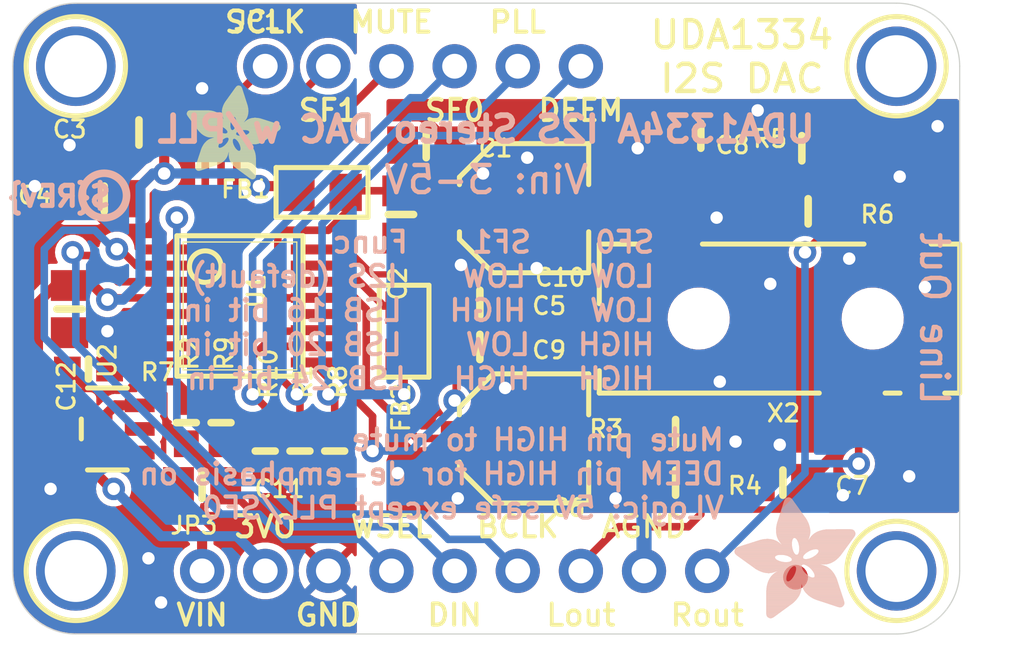
<source format=kicad_pcb>
(kicad_pcb (version 20221018) (generator pcbnew)
  (layers (0 "F.Cu" signal) (31 "B.Cu" signal) (34 "B.Paste" user) (35 "F.Paste" user) (36 "B.SilkS" user "B.Silkscreen") (37 "F.SilkS" user "F.Silkscreen") (38 "B.Mask" user) (39 "F.Mask" user) (44 "Edge.Cuts" user))
  (net 0 "")
  (net 1 "N$2")
  (net 2 "GND")
  (net 3 "N$7")
  (net 4 "N$8")
  (net 5 "OUTL")
  (net 6 "OUTR")
  (net 7 "N$1")
  (net 8 "DEEM/CLKOUT")
  (net 9 "MUTE")
  (net 10 "SFOR0")
  (net 11 "SFOR1")
  (net 12 "PLL_IN")
  (net 13 "SYSCLK_IN")
  (net 14 "BITCLK_IN")
  (net 15 "WORDSEL_IN")
  (net 16 "DATA_IN")
  (net 17 "3.3V")
  (net 18 "VIN")
  (net 19 "N$3")
  (net 20 "N$4")
  (net 21 "AGND")
  (footprint "working:0805-NO" (layer "F.Cu") (at 160.4391 111.6076)
    (fp_text reference "C7")
    (fp_text value "0.01uF")
  )
  (footprint "working:SSOP16_4.4MM" (layer "F.Cu") (at 138.5951 104.4956 -90)
    (fp_text reference "U1")
    (fp_text value "UDA1334ATS")
  )
  (footprint "working:MOUNTINGHOLE_2.5_PLATED" (layer "F.Cu") (at 165.0111 115.1636)
    (fp_text reference "U$12" hide)
    (fp_text value "MOUNTINGHOLE2.5" hide)
  )
  (footprint "working:0805-NO" (layer "F.Cu") (at 133.1341 100.1776 180)
    (fp_text reference "C4")
    (fp_text value "10uF")
  )
  (footprint "working:0805-NO" (layer "F.Cu") (at 137.0711 111.7346)
    (fp_text reference "C11")
    (fp_text value "10uF")
  )
  (footprint "working:0805-NO" (layer "F.Cu") (at 134.5311 97.5106 180)
    (fp_text reference "C3")
    (fp_text value "0.1uF")
  )
  (footprint "working:FIDUCIAL_1MM" (layer "F.Cu") (at 160.9471 115.4176)
    (fp_text reference "FID2" hide)
    (fp_text value "FIDUCIAL_1MM" hide)
  )
  (footprint "working:0805-NO" (layer "F.Cu") (at 156.1211 111.6076)
    (fp_text reference "R4")
    (fp_text value "100")
  )
  (footprint "working:0805-NO" (layer "F.Cu") (at 131.7371 104.6226 -90)
    (fp_text reference "C12")
    (fp_text value "10uF")
  )
  (footprint "working:0805-NO" (layer "F.Cu") (at 148.2471 104.3686)
    (fp_text reference "C5")
    (fp_text value "10uF")
  )
  (footprint "working:MOUNTINGHOLE_2.5_PLATED" (layer "F.Cu") (at 131.9911 115.1636)
    (fp_text reference "U$11" hide)
    (fp_text value "MOUNTINGHOLE2.5" hide)
  )
  (footprint "working:1X09_ROUND_70" (layer "F.Cu") (at 147.2311 115.1636)
    (fp_text reference "JP3")
    (fp_text value "")
  )
  (footprint "working:0603-NO" (layer "F.Cu") (at 141.0081 110.3376 90)
    (fp_text reference "R1")
    (fp_text value "10k")
  )
  (footprint "working:FIDUCIAL_1MM" (layer "F.Cu") (at 136.0551 93.8276)
    (fp_text reference "FID1" hide)
    (fp_text value "FIDUCIAL_1MM" hide)
  )
  (footprint "working:0603-NO" (layer "F.Cu") (at 136.4361 109.1946 90)
    (fp_text reference "R2")
    (fp_text value "10k")
  )
  (footprint "working:0805" (layer "F.Cu") (at 141.8971 99.9236 180)
    (fp_text reference "FB1")
    (fp_text value "Ferrite")
  )
  (footprint "working:0805-NO" (layer "F.Cu") (at 146.0881 98.0186)
    (fp_text reference "C1")
    (fp_text value "0.1uF")
  )
  (footprint "working:0603-NO" (layer "F.Cu") (at 142.4051 110.3376 90)
    (fp_text reference "R8")
    (fp_text value "10k")
  )
  (footprint "working:PANASONIC_C" (layer "F.Cu") (at 150.0251 109.8296 180)
    (fp_text reference "C6")
    (fp_text value "47uF")
  )
  (footprint "working:0805-NO" (layer "F.Cu") (at 145.0721 100.8126 -90)
    (fp_text reference "C2")
    (fp_text value "10uF")
  )
  (footprint "working:SOT23-5" (layer "F.Cu") (at 133.2611 109.4486 90)
    (fp_text reference "U2")
    (fp_text value "MIC5225-3.3")
  )
  (footprint "working:ADAFRUIT_3.5MM" (layer "F.Cu") (at 136.4361 99.4156)
    (fp_text reference "U$29" hide)
    (fp_text value "" hide)
  )
  (footprint "working:0805-NO" (layer "F.Cu") (at 156.1211 109.5756 180)
    (fp_text reference "R3")
    (fp_text value "220k")
  )
  (footprint "working:0805-NO" (layer "F.Cu") (at 161.2011 98.1456 180)
    (fp_text reference "C8")
    (fp_text value "0.01uF")
  )
  (footprint "working:PANASONIC_C" (layer "F.Cu") (at 150.0251 100.5586 180)
    (fp_text reference "C10")
    (fp_text value "47uF")
  )
  (footprint "working:0603-NO" (layer "F.Cu") (at 139.6111 110.3376 90)
    (fp_text reference "R10")
    (fp_text value "10k")
  )
  (footprint "working:MOUNTINGHOLE_2.5_PLATED" (layer "F.Cu") (at 131.9911 94.8436)
    (fp_text reference "U$13" hide)
    (fp_text value "MOUNTINGHOLE2.5" hide)
  )
  (footprint "working:0603-NO" (layer "F.Cu") (at 132.4991 107.0356)
    (fp_text reference "R7")
    (fp_text value "10k")
  )
  (footprint "working:0805-NO" (layer "F.Cu") (at 161.4551 100.6856)
    (fp_text reference "R6")
    (fp_text value "100")
  )
  (footprint "working:0805" (layer "F.Cu") (at 145.1991 105.5116 -90)
    (fp_text reference "FB2")
    (fp_text value "Ferrite")
  )
  (footprint "working:MOUNTINGHOLE_2.5_PLATED" (layer "F.Cu") (at 165.0111 94.8436)
    (fp_text reference "U$14" hide)
    (fp_text value "MOUNTINGHOLE2.5" hide)
  )
  (footprint "working:1X06_ROUND_70" (layer "F.Cu") (at 145.9611 94.8436)
    (fp_text reference "JP1")
    (fp_text value "")
  )
  (footprint "working:0805-NO" (layer "F.Cu") (at 148.2471 106.1466)
    (fp_text reference "C9")
    (fp_text value "0.1uF")
  )
  (footprint "working:4UCONN_19269" (layer "F.Cu") (at 167.5511 105.0036 180)
    (fp_text reference "X2")
    (fp_text value "19269")
  )
  (footprint "working:0805-NO" (layer "F.Cu") (at 157.1371 97.6376)
    (fp_text reference "R5")
    (fp_text value "220k")
  )
  (footprint "working:0603-NO" (layer "F.Cu") (at 137.8331 109.1946 90)
    (fp_text reference "R9")
    (fp_text value "10k")
  )
  (footprint "working:PCBFEAT-REV-040" (layer "B.Cu") (at 133.1341 100.0506 180)
    (fp_text reference "U$5" hide)
    (fp_text value "" hide)
  )
  (footprint "working:ADAFRUIT_5MM" (layer "B.Cu") (at 163.3601 117.0686 180)
    (fp_text reference "U$6" hide)
    (fp_text value "" hide)
  )
  (gr_arc (start 131.9911 117.7036) (mid 130.195049 116.959651) (end 129.4511 115.1636) (stroke (width 0.05)) (layer "Edge.Cuts"))
  (gr_line (start 131.9911 92.3036) (end 165.0111 92.3036) (stroke (width 0.05)) (layer "Edge.Cuts"))
  (gr_line (start 129.4511 115.1636) (end 129.4511 94.8436) (stroke (width 0.05)) (layer "Edge.Cuts"))
  (gr_line (start 167.5511 94.8436) (end 167.5511 115.1636) (stroke (width 0.05)) (layer "Edge.Cuts"))
  (gr_arc (start 167.5511 115.1636) (mid 166.807151 116.959651) (end 165.0111 117.7036) (stroke (width 0.05)) (layer "Edge.Cuts"))
  (gr_arc (start 165.0111 92.3036) (mid 166.807151 93.047549) (end 167.5511 94.8436) (stroke (width 0.05)) (layer "Edge.Cuts"))
  (gr_arc (start 129.4511 94.8436) (mid 130.195049 93.047549) (end 131.9911 92.3036) (stroke (width 0.05)) (layer "Edge.Cuts"))
  (gr_line (start 165.0111 117.7036) (end 131.9911 117.7036) (stroke (width 0.05)) (layer "Edge.Cuts"))
  (gr_text "Line Out" (at 166.5351 105.0036 -90) (layer "B.SilkS") (effects (font (size 1.0922 1.0922) (thickness 0.1778)) (justify mirror)))
  (gr_text "SF0    SF1    Func\nLOW    LOW    I2S (default)\nLOW    HIGH   LSB 16 bit in\nHIGH   LOW    LSB 20 bit in\nHIGH   HIGH   LSB 24 bit in" (at 155.3591 107.9246) (layer "B.SilkS") (effects (font (size 0.85344 0.85344) (thickness 0.16256)) (justify left bottom mirror)))
  (gr_text "Vin: 3-5V" (at 148.5011 99.4156) (layer "B.SilkS") (effects (font (size 1.0922 1.0922) (thickness 0.1778)) (justify mirror)))
  (gr_text "Mute pin HIGH to mute\nDEEM pin HIGH for de-emphasis on\nVLogic: 5V safe except PLL/SF0" (at 158.1531 113.1316) (layer "B.SilkS") (effects (font (size 0.85344 0.85344) (thickness 0.16256)) (justify left bottom mirror)))
  (gr_text "UDA1334A I2S Stereo DAC w/PLL" (at 148.5011 97.3836) (layer "B.SilkS") (effects (font (size 1.0414 1.0414) (thickness 0.2286)) (justify mirror)))
  (gr_text "AGND" (at 154.8511 113.3856) (layer "F.SilkS") (effects (font (size 0.87376 0.87376) (thickness 0.14224))))
  (gr_text "Rout" (at 157.3911 116.9416) (layer "F.SilkS") (effects (font (size 0.8636 0.8636) (thickness 0.1524))))
  (gr_text "Lout" (at 152.3111 116.9416) (layer "F.SilkS") (effects (font (size 0.8636 0.8636) (thickness 0.1524))))
  (gr_text "GND" (at 142.1511 116.9416) (layer "F.SilkS") (effects (font (size 0.85344 0.85344) (thickness 0.16256))))
  (gr_text "BCLK" (at 149.7711 113.3856) (layer "F.SilkS") (effects (font (size 0.85344 0.85344) (thickness 0.16256))))
  (gr_text "DEEM" (at 152.3111 96.6216) (layer "F.SilkS") (effects (font (size 0.85344 0.85344) (thickness 0.16256))))
  (gr_text "UDA1334\nI2S DAC" (at 158.7881 94.4626) (layer "F.SilkS") (effects (font (size 1.0922 1.0922) (thickness 0.1778))))
  (gr_text "DIN" (at 147.2311 116.9416) (layer "F.SilkS") (effects (font (size 0.85344 0.85344) (thickness 0.16256))))
  (gr_text "WSEL" (at 144.6911 113.3856) (layer "F.SilkS") (effects (font (size 0.85344 0.85344) (thickness 0.16256))))
  (gr_text "SCLK" (at 139.6111 93.0656) (layer "F.SilkS") (effects (font (size 0.85344 0.85344) (thickness 0.16256))))
  (gr_text "PLL" (at 149.7711 93.0656) (layer "F.SilkS") (effects (font (size 0.85344 0.85344) (thickness 0.16256))))
  (gr_text "MUTE" (at 144.6911 93.0656) (layer "F.SilkS") (effects (font (size 0.85344 0.85344) (thickness 0.16256))))
  (gr_text "3VO" (at 139.6111 113.3856) (layer "F.SilkS") (effects (font (size 0.85344 0.85344) (thickness 0.16256))))
  (gr_text "SF1" (at 142.1511 96.6216) (layer "F.SilkS") (effects (font (size 0.85344 0.85344) (thickness 0.16256))))
  (gr_text "VIN" (at 137.0711 116.9416) (layer "F.SilkS") (effects (font (size 0.85344 0.85344) (thickness 0.16256))))
  (gr_text "SF0" (at 147.2311 96.6216) (layer "F.SilkS") (effects (font (size 0.85344 0.85344) (thickness 0.16256))))
  (segment (start 142.9131 99.8576) (end 145.0671 99.8576) (width 0.3048) (layer "F.Cu") (net 1))
  (segment (start 145.1381 99.7966) (end 145.0721 99.8626) (width 0.3048) (layer "F.Cu") (net 1))
  (segment (start 141.5151 104.1706) (end 140.4291 104.1706) (width 0.3048) (layer "F.Cu") (net 1))
  (segment (start 140.4291 104.1706) (end 140.1191 103.8606) (width 0.3048) (layer "F.Cu") (net 1))
  (segment (start 145.1381 98.0186) (end 145.1381 99.7966) (width 0.3048) (layer "F.Cu") (net 1))
  (segment (start 140.1191 103.8606) (end 140.1191 101.7016) (width 0.3048) (layer "F.Cu") (net 1))
  (segment (start 145.0671 99.8576) (end 145.0721 99.8626) (width 0.3048) (layer "F.Cu") (net 1))
  (segment (start 140.3731 101.4476) (end 142.1511 101.4476) (width 0.3048) (layer "F.Cu") (net 1))
  (segment (start 142.9131 99.8576) (end 142.8471 99.9236) (width 0.3048) (layer "F.Cu") (net 1))
  (segment (start 140.1191 101.7016) (end 140.3731 101.4476) (width 0.3048) (layer "F.Cu") (net 1))
  (segment (start 142.9131 100.6856) (end 142.9131 99.8576) (width 0.3048) (layer "F.Cu") (net 1))
  (segment (start 142.1511 101.4476) (end 142.9131 100.6856) (width 0.3048) (layer "F.Cu") (net 1))
  (segment (start 145.1991 106.4616) (end 145.1991 108.0516) (width 0.3048) (layer "F.Cu") (net 2))
  (via (at 133.2611 105.5116) (size 0.9064) (drill 0.5) (layers "F.Cu" "B.Cu") (net 2))
  (via (at 137.0711 95.7326) (size 0.9064) (drill 0.5) (layers "F.Cu" "B.Cu") (net 2))
  (via (at 134.9121 114.6556) (size 0.9064) (drill 0.5) (layers "F.Cu" "B.Cu") (net 2))
  (via (at 135.4201 116.4336) (size 0.9064) (drill 0.5) (layers "F.Cu" "B.Cu") (net 2))
  (via (at 131.7371 98.0186) (size 0.9064) (drill 0.5) (layers "F.Cu" "B.Cu") (net 2))
  (via (at 130.9751 111.8616) (size 0.9064) (drill 0.5) (layers "F.Cu" "B.Cu") (net 2))
  (via (at 145.1991 108.0516) (size 0.9064) (drill 0.5) (layers "F.Cu" "B.Cu") (net 2))
  (via (at 130.3401 99.6696) (size 0.9064) (drill 0.5) (layers "F.Cu" "B.Cu") (net 2))
  (segment (start 145.1991 108.0516) (end 143.1671 108.0516) (width 0.4064) (layer "B.Cu") (net 2))
  (segment (start 143.1671 108.0516) (end 143.1671 106.0196) (width 0.4064) (layer "B.Cu") (net 2))
  (segment (start 154.9171 109.8296) (end 155.1711 109.5756) (width 0.3048) (layer "F.Cu") (net 3))
  (segment (start 152.0751 109.8296) (end 154.9171 109.8296) (width 0.3048) (layer "F.Cu") (net 3))
  (segment (start 155.1711 111.6076) (end 155.1711 109.5756) (width 0.3048) (layer "F.Cu") (net 3))
  (segment (start 158.9811 99.1616) (end 160.5051 100.6856) (width 0.3048) (layer "F.Cu") (net 4))
  (segment (start 152.9461 100.5586) (end 152.0751 100.5586) (width 0.254) (layer "F.Cu") (net 4))
  (segment (start 153.0731 100.4316) (end 152.9461 100.5586) (width 0.254) (layer "F.Cu") (net 4))
  (segment (start 158.4071 99.1616) (end 158.9811 99.1616) (width 0.3048) (layer "F.Cu") (net 4))
  (segment (start 158.0871 97.6376) (end 158.0871 98.8416) (width 0.3048) (layer "F.Cu") (net 4))
  (segment (start 158.0871 98.8416) (end 158.4071 99.1616) (width 0.3048) (layer "F.Cu") (net 4))
  (segment (start 154.3431 99.1616) (end 158.4071 99.1616) (width 0.3048) (layer "F.Cu") (net 4))
  (segment (start 153.0731 100.4316) (end 154.3431 99.1616) (width 0.3048) (layer "F.Cu") (net 4))
  (segment (start 153.8351 113.3856) (end 156.6291 113.3856) (width 0.3048) (layer "F.Cu") (net 5))
  (segment (start 151.7511 105.6036) (end 155.8511 101.5036) (width 0.3048) (layer "F.Cu") (net 5))
  (segment (start 157.0711 111.6076) (end 159.4891 111.6076) (width 0.3048) (layer "F.Cu") (net 5))
  (segment (start 159.4891 105.1416) (end 155.8511 101.5036) (width 0.3048) (layer "F.Cu") (net 5))
  (segment (start 151.7511 105.7536) (end 151.7511 105.6036) (width 0.3048) (layer "F.Cu") (net 5))
  (segment (start 157.1371 112.8776) (end 157.1371 111.6736) (width 0.3048) (layer "F.Cu") (net 5))
  (segment (start 156.6291 113.3856) (end 157.1371 112.8776) (width 0.3048) (layer "F.Cu") (net 5))
  (segment (start 157.1371 111.6736) (end 157.0711 111.6076) (width 0.3048) (layer "F.Cu") (net 5))
  (segment (start 159.4891 111.6076) (end 159.4891 105.1416) (width 0.3048) (layer "F.Cu") (net 5))
  (segment (start 152.3111 114.9096) (end 153.8351 113.3856) (width 0.3048) (layer "F.Cu") (net 5))
  (segment (start 152.3111 115.1636) (end 152.3111 114.9096) (width 0.3048) (layer "F.Cu") (net 5))
  (segment (start 162.1511 100.4316) (end 162.4051 100.6856) (width 0.3048) (layer "F.Cu") (net 6))
  (segment (start 162.4051 101.2596) (end 161.3281 102.3366) (width 0.3048) (layer "F.Cu") (net 6))
  (segment (start 163.4871 108.7396) (end 163.4871 110.8456) (width 0.3048) (layer "F.Cu") (net 6))
  (segment (start 162.4051 100.6856) (end 162.4051 101.2596) (width 0.3048) (layer "F.Cu") (net 6))
  (segment (start 163.2511 108.5036) (end 163.4871 108.7396) (width 0.3048) (layer "F.Cu") (net 6))
  (segment (start 166.0511 108.5036) (end 163.2511 108.5036) (width 0.3048) (layer "F.Cu") (net 6))
  (segment (start 162.1511 98.1456) (end 162.1511 100.4316) (width 0.3048) (layer "F.Cu") (net 6))
  (via (at 161.3281 102.3366) (size 0.9064) (drill 0.5) (layers "F.Cu" "B.Cu") (net 6))
  (via (at 163.4871 110.8456) (size 0.9064) (drill 0.5) (layers "F.Cu" "B.Cu") (net 6))
  (segment (start 161.3281 111.2266) (end 157.3911 115.1636) (width 0.3048) (layer "B.Cu") (net 6))
  (segment (start 163.4871 110.8456) (end 161.3281 110.8456) (width 0.3048) (layer "B.Cu") (net 6))
  (segment (start 161.3281 102.3366) (end 161.3281 110.8456) (width 0.3048) (layer "B.Cu") (net 6))
  (segment (start 161.3281 110.8456) (end 161.3281 111.2266) (width 0.3048) (layer "B.Cu") (net 6))
  (segment (start 143.9291 108.9406) (end 143.9291 110.3376) (width 0.3048) (layer "F.Cu") (net 7))
  (segment (start 141.5151 104.8206) (end 142.7301 104.8206) (width 0.3048) (layer "F.Cu") (net 7))
  (segment (start 143.1671 105.2576) (end 143.1671 108.1786) (width 0.3048) (layer "F.Cu") (net 7))
  (segment (start 143.1671 108.1786) (end 143.9291 108.9406) (width 0.3048) (layer "F.Cu") (net 7))
  (segment (start 147.2971 108.2396) (end 147.2311 108.3056) (width 0.3048) (layer "F.Cu") (net 7))
  (segment (start 147.2971 106.1466) (end 147.2971 108.2396) (width 0.3048) (layer "F.Cu") (net 7))
  (segment (start 142.7301 104.8206) (end 143.1671 105.2576) (width 0.3048) (layer "F.Cu") (net 7))
  (segment (start 147.2971 104.3686) (end 147.2971 106.1466) (width 0.3048) (layer "F.Cu") (net 7))
  (via (at 143.9291 110.3376) (size 0.9064) (drill 0.5) (layers "F.Cu" "B.Cu") (net 7))
  (via (at 147.2311 108.3056) (size 0.9064) (drill 0.5) (layers "F.Cu" "B.Cu") (net 7))
  (segment (start 147.2311 108.5596) (end 147.2311 108.3056) (width 0.3048) (layer "B.Cu") (net 7))
  (segment (start 143.9291 110.3376) (end 145.4531 110.3376) (width 0.3048) (layer "B.Cu") (net 7))
  (segment (start 145.4531 110.3376) (end 147.2311 108.5596) (width 0.3048) (layer "B.Cu") (net 7))
  (segment (start 142.4051 109.4876) (end 142.4051 108.3056) (width 0.3048) (layer "F.Cu") (net 8))
  (segment (start 142.1511 107.4066) (end 142.1511 108.0516) (width 0.3048) (layer "F.Cu") (net 8))
  (segment (start 141.5151 106.7706) (end 142.1511 107.4066) (width 0.3048) (layer "F.Cu") (net 8))
  (segment (start 142.4051 108.3056) (end 142.1511 108.0516) (width 0.3048) (layer "F.Cu") (net 8))
  (via (at 142.1511 108.0516) (size 0.9064) (drill 0.5) (layers "F.Cu" "B.Cu") (net 8))
  (segment (start 141.8971 107.0356) (end 142.1511 107.2896) (width 0.3048) (layer "B.Cu") (net 8))
  (segment (start 142.1511 107.2896) (end 142.1511 108.0516) (width 0.3048) (layer "B.Cu") (net 8))
  (segment (start 145.4531 97.6376) (end 141.8971 101.1936) (width 0.3048) (layer "B.Cu") (net 8))
  (segment (start 149.5171 97.6376) (end 145.4531 97.6376) (width 0.3048) (layer "B.Cu") (net 8))
  (segment (start 149.5171 97.6376) (end 152.3111 94.8436) (width 0.3048) (layer "B.Cu") (net 8))
  (segment (start 141.8971 101.1936) (end 141.8971 107.0356) (width 0.3048) (layer "B.Cu") (net 8))
  (segment (start 137.8331 107.2676) (end 137.3361 106.7706) (width 0.3048) (layer "F.Cu") (net 9))
  (segment (start 139.1031 97.3836) (end 142.1511 97.3836) (width 0.3048) (layer "F.Cu") (net 9))
  (segment (start 138.4681 105.6386) (end 138.4681 98.0186) (width 0.3048) (layer "F.Cu") (net 9))
  (segment (start 137.3361 106.7706) (end 138.4681 105.6386) (width 0.3048) (layer "F.Cu") (net 9))
  (segment (start 142.1511 97.3836) (end 144.6911 94.8436) (width 0.3048) (layer "F.Cu") (net 9))
  (segment (start 138.4681 98.0186) (end 139.1031 97.3836) (width 0.3048) (layer "F.Cu") (net 9))
  (segment (start 135.6751 106.7706) (end 137.3361 106.7706) (width 0.3048) (layer "F.Cu") (net 9))
  (segment (start 137.8331 108.3446) (end 137.8331 107.2676) (width 0.3048) (layer "F.Cu") (net 9))
  (segment (start 141.4741 105.5116) (end 140.1191 105.5116) (width 0.3048) (layer "F.Cu") (net 10))
  (segment (start 140.1191 105.5116) (end 139.1031 106.5276) (width 0.3048) (layer "F.Cu") (net 10))
  (segment (start 139.1031 106.5276) (end 139.1031 108.0516) (width 0.3048) (layer "F.Cu") (net 10))
  (segment (start 139.6111 109.4876) (end 139.6111 108.5596) (width 0.3048) (layer "F.Cu") (net 10))
  (segment (start 139.6111 108.5596) (end 139.1031 108.0516) (width 0.3048) (layer "F.Cu") (net 10))
  (segment (start 141.4741 105.5116) (end 141.5151 105.4706) (width 0.3048) (layer "F.Cu") (net 10))
  (via (at 139.1031 108.0516) (size 0.9064) (drill 0.5) (layers "F.Cu" "B.Cu") (net 10))
  (segment (start 139.1031 102.4636) (end 139.1031 108.0516) (width 0.3048) (layer "B.Cu") (net 10))
  (segment (start 147.2311 94.8436) (end 145.9611 96.1136) (width 0.3048) (layer "B.Cu") (net 10))
  (segment (start 145.9611 96.1136) (end 145.4531 96.1136) (width 0.3048) (layer "B.Cu") (net 10))
  (segment (start 145.4531 96.1136) (end 139.1031 102.4636) (width 0.3048) (layer "B.Cu") (net 10))
  (segment (start 134.7191 107.5436) (end 136.0551 107.5436) (width 0.3048) (layer "F.Cu") (net 11))
  (segment (start 137.8331 105.2576) (end 137.8331 97.8916) (width 0.3048) (layer "F.Cu") (net 11))
  (segment (start 135.6751 106.1206) (end 134.6841 106.1206) (width 0.3048) (layer "F.Cu") (net 11))
  (segment (start 134.4041 106.4006) (end 134.4041 107.2286) (width 0.3048) (layer "F.Cu") (net 11))
  (segment (start 136.4361 107.9246) (end 136.4361 108.3446) (width 0.3048) (layer "F.Cu") (net 11))
  (segment (start 134.6841 106.1206) (end 134.4041 106.4006) (width 0.3048) (layer "F.Cu") (net 11))
  (segment (start 140.3731 96.6216) (end 142.1511 94.8436) (width 0.3048) (layer "F.Cu") (net 11))
  (segment (start 136.9701 106.1206) (end 137.8331 105.2576) (width 0.3048) (layer "F.Cu") (net 11))
  (segment (start 139.1031 96.6216) (end 140.3731 96.6216) (width 0.3048) (layer "F.Cu") (net 11))
  (segment (start 136.0551 107.5436) (end 136.4361 107.9246) (width 0.3048) (layer "F.Cu") (net 11))
  (segment (start 137.8331 97.8916) (end 139.1031 96.6216) (width 0.3048) (layer "F.Cu") (net 11))
  (segment (start 135.6751 106.1206) (end 136.9701 106.1206) (width 0.3048) (layer "F.Cu") (net 11))
  (segment (start 134.4041 107.2286) (end 134.7191 107.5436) (width 0.3048) (layer "F.Cu") (net 11))
  (segment (start 141.0081 108.1176) (end 140.9421 108.0516) (width 0.3048) (layer "F.Cu") (net 12))
  (segment (start 140.2721 106.1206) (end 140.1191 106.2736) (width 0.3048) (layer "F.Cu") (net 12))
  (segment (start 141.5151 106.1206) (end 140.2721 106.1206) (width 0.3048) (layer "F.Cu") (net 12))
  (segment (start 141.0081 108.1176) (end 141.0081 109.4876) (width 0.3048) (layer "F.Cu") (net 12))
  (segment (start 140.9421 108.0516) (end 140.8811 108.0516) (width 0.3048) (layer "F.Cu") (net 12))
  (segment (start 140.1191 106.2736) (end 140.1191 107.2896) (width 0.3048) (layer "F.Cu") (net 12))
  (segment (start 140.8811 108.0516) (end 140.1191 107.2896) (width 0.3048) (layer "F.Cu") (net 12))
  (via (at 140.8811 108.0516) (size 0.9064) (drill 0.5) (layers "F.Cu" "B.Cu") (net 12))
  (segment (start 150.0251 94.8436) (end 149.7711 94.8436) (width 0.3048) (layer "B.Cu") (net 12))
  (segment (start 147.9931 96.8756) (end 145.4531 96.8756) (width 0.3048) (layer "B.Cu") (net 12))
  (segment (start 145.4531 96.8756) (end 140.8811 101.4476) (width 0.3048) (layer "B.Cu") (net 12))
  (segment (start 140.8811 101.4476) (end 140.8811 108.0516) (width 0.3048) (layer "B.Cu") (net 12))
  (segment (start 147.9931 96.8756) (end 150.0251 94.8436) (width 0.3048) (layer "B.Cu") (net 12))
  (segment (start 135.6751 105.4706) (end 136.6041 105.4706) (width 0.3048) (layer "F.Cu") (net 13))
  (segment (start 135.6751 105.4706) (end 134.5331 105.4706) (width 0.3048) (layer "F.Cu") (net 13))
  (segment (start 133.3491 106.6546) (end 133.3491 107.0356) (width 0.3048) (layer "F.Cu") (net 13))
  (segment (start 137.1981 97.2566) (end 139.6111 94.8436) (width 0.3048) (layer "F.Cu") (net 13))
  (segment (start 137.1981 104.8766) (end 137.1981 97.2566) (width 0.3048) (layer "F.Cu") (net 13))
  (segment (start 136.6041 105.4706) (end 137.1981 104.8766) (width 0.3048) (layer "F.Cu") (net 13))
  (segment (start 134.5331 105.4706) (end 133.3491 106.6546) (width 0.3048) (layer "F.Cu") (net 13))
  (segment (start 136.0551 101.8406) (end 136.0551 100.9396) (width 0.3048) (layer "F.Cu") (net 14))
  (segment (start 135.6751 102.2206) (end 136.0551 101.8406) (width 0.3048) (layer "F.Cu") (net 14))
  (via (at 136.0551 100.9396) (size 0.9064) (drill 0.5) (layers "F.Cu" "B.Cu") (net 14))
  (segment (start 138.3411 111.6076) (end 139.6111 111.6076) (width 0.3048) (layer "B.Cu") (net 14))
  (segment (start 145.9611 112.8776) (end 146.9771 113.8936) (width 0.3048) (layer "B.Cu") (net 14))
  (segment (start 146.9771 113.8936) (end 148.5011 113.8936) (width 0.3048) (layer "B.Cu") (net 14))
  (segment (start 136.0551 109.3216) (end 138.3411 111.6076) (width 0.3048) (layer "B.Cu") (net 14))
  (segment (start 140.8811 112.8776) (end 145.9611 112.8776) (width 0.3048) (layer "B.Cu") (net 14))
  (segment (start 148.5011 113.8936) (end 149.7711 115.1636) (width 0.3048) (layer "B.Cu") (net 14))
  (segment (start 139.6111 111.6076) (end 140.8811 112.8776) (width 0.3048) (layer "B.Cu") (net 14))
  (segment (start 136.0551 109.3216) (end 136.0551 100.9396) (width 0.3048) (layer "B.Cu") (net 14))
  (segment (start 133.7691 102.2096) (end 133.6421 102.2096) (width 0.3048) (layer "F.Cu") (net 15))
  (segment (start 135.6751 102.8706) (end 134.4301 102.8706) (width 0.3048) (layer "F.Cu") (net 15))
  (segment (start 134.4301 102.8706) (end 133.7691 102.2096) (width 0.3048) (layer "F.Cu") (net 15))
  (via (at 133.6421 102.2096) (size 0.9064) (drill 0.5) (layers "F.Cu" "B.Cu") (net 15))
  (segment (start 143.4211 113.8936) (end 144.6911 115.1636) (width 0.3048) (layer "B.Cu") (net 15))
  (segment (start 130.7211 105.7656) (end 137.8331 112.8776) (width 0.3048) (layer "B.Cu") (net 15))
  (segment (start 133.5151 102.2096) (end 132.7531 101.4476) (width 0.3048) (layer "B.Cu") (net 15))
  (segment (start 133.6421 102.2096) (end 133.5151 102.2096) (width 0.3048) (layer "B.Cu") (net 15))
  (segment (start 140.3731 113.8936) (end 143.4211 113.8936) (width 0.3048) (layer "B.Cu") (net 15))
  (segment (start 132.7531 101.4476) (end 131.4831 101.4476) (width 0.3048) (layer "B.Cu") (net 15))
  (segment (start 131.4831 101.4476) (end 130.7211 102.2096) (width 0.3048) (layer "B.Cu") (net 15))
  (segment (start 130.7211 102.2096) (end 130.7211 105.7656) (width 0.3048) (layer "B.Cu") (net 15))
  (segment (start 139.3571 112.8776) (end 140.3731 113.8936) (width 0.3048) (layer "B.Cu") (net 15))
  (segment (start 137.8331 112.8776) (end 139.3571 112.8776) (width 0.3048) (layer "B.Cu") (net 15))
  (segment (start 131.9911 102.4636) (end 131.8641 102.3366) (width 0.3048) (layer "F.Cu") (net 16))
  (segment (start 132.6261 102.4636) (end 133.6831 103.5206) (width 0.3048) (layer "F.Cu") (net 16))
  (segment (start 132.6261 102.4636) (end 131.9911 102.4636) (width 0.3048) (layer "F.Cu") (net 16))
  (segment (start 135.6751 103.5206) (end 133.6831 103.5206) (width 0.3048) (layer "F.Cu") (net 16))
  (via (at 131.8641 102.3366) (size 0.9064) (drill 0.5) (layers "F.Cu" "B.Cu") (net 16))
  (segment (start 131.9911 102.4636) (end 131.8641 102.3366) (width 0.3048) (layer "B.Cu") (net 16))
  (segment (start 140.6271 113.3856) (end 139.3571 112.1156) (width 0.3048) (layer "B.Cu") (net 16))
  (segment (start 147.2311 115.1636) (end 145.4531 113.3856) (width 0.3048) (layer "B.Cu") (net 16))
  (segment (start 131.9911 106.0196) (end 131.9911 102.4636) (width 0.3048) (layer "B.Cu") (net 16))
  (segment (start 139.3571 112.1156) (end 138.0871 112.1156) (width 0.3048) (layer "B.Cu") (net 16))
  (segment (start 145.4531 113.3856) (end 140.6271 113.3856) (width 0.3048) (layer "B.Cu") (net 16))
  (segment (start 138.0871 112.1156) (end 131.9911 106.0196) (width 0.3048) (layer "B.Cu") (net 16))
  (segment (start 133.0781 104.1706) (end 133.0781 104.1706) (width 0.3048) (layer "F.Cu") (net 17))
  (segment (start 132.6921 103.6726) (end 133.2611 104.2416) (width 0.4064) (layer "F.Cu") (net 17))
  (segment (start 140.9471 99.9236) (end 140.6931 99.6696) (width 0.4064) (layer "F.Cu") (net 17))
  (segment (start 133.424 111.8616) (end 133.5151 111.8616) (width 0.4064) (layer "F.Cu") (net 17))
  (segment (start 133.190097 104.252585) (end 133.2611 104.2416) (width 0.3048) (layer "F.Cu") (net 17))
  (segment (start 135.6751 104.1706) (end 133.0781 104.1706) (width 0.3048) (layer "F.Cu") (net 17))
  (segment (start 134.0841 100.1776) (end 135.1001 99.1616) (width 0.4064) (layer "F.Cu") (net 17))
  (segment (start 133.0781 104.1706) (end 133.123115 104.226597) (width 0.3048) (layer "F.Cu") (net 17))
  (segment (start 130.4671 104.3686) (end 131.1631 103.6726) (width 0.4064) (layer "F.Cu") (net 17))
  (segment (start 131.1631 103.6726) (end 131.7371 103.6726) (width 0.4064) (layer "F.Cu") (net 17))
  (segment (start 130.4671 109.5756) (end 130.4671 104.3686) (width 0.4064) (layer "F.Cu") (net 17))
  (segment (start 131.961 110.3986) (end 133.424 111.8616) (width 0.4064) (layer "F.Cu") (net 17))
  (segment (start 135.1001 99.1616) (end 135.5471 99.1616) (width 0.4064) (layer "F.Cu") (net 17))
  (segment (start 140.6931 99.6696) (end 139.3571 99.6696) (width 0.4064) (layer "F.Cu") (net 17))
  (segment (start 133.123115 104.226597) (end 133.190097 104.252585) (width 0.3048) (layer "F.Cu") (net 17))
  (segment (start 131.961 110.3986) (end 131.2901 110.3986) (width 0.4064) (layer "F.Cu") (net 17))
  (segment (start 135.4811 97.5106) (end 135.5471 97.5766) (width 0.4064) (layer "F.Cu") (net 17))
  (segment (start 135.5471 97.5766) (end 135.5471 99.1616) (width 0.4064) (layer "F.Cu") (net 17))
  (segment (start 131.7371 103.6726) (end 132.6921 103.6726) (width 0.4064) (layer "F.Cu") (net 17))
  (segment (start 131.2901 110.3986) (end 130.4671 109.5756) (width 0.4064) (layer "F.Cu") (net 17))
  (via (at 133.5151 111.8616) (size 0.9064) (drill 0.5) (layers "F.Cu" "B.Cu") (net 17))
  (via (at 133.2611 104.2416) (size 0.9064) (drill 0.5) (layers "F.Cu" "B.Cu") (net 17))
  (via (at 139.3571 99.6696) (size 0.9064) (drill 0.5) (layers "F.Cu" "B.Cu") (net 17))
  (via (at 135.5471 99.1616) (size 0.9064) (drill 0.5) (layers "F.Cu" "B.Cu") (net 17))
  (segment (start 133.8961 104.2416) (end 133.2611 104.2416) (width 0.4064) (layer "B.Cu") (net 17))
  (segment (start 139.6111 114.9096) (end 138.4681 113.7666) (width 0.4064) (layer "B.Cu") (net 17))
  (segment (start 139.6111 115.1636) (end 139.6111 114.9096) (width 0.4064) (layer "B.Cu") (net 17))
  (segment (start 138.4681 113.7666) (end 135.4201 113.7666) (width 0.4064) (layer "B.Cu") (net 17))
  (segment (start 139.3571 99.6696) (end 138.8491 99.1616) (width 0.4064) (layer "B.Cu") (net 17))
  (segment (start 133.8961 104.2416) (end 134.5921 103.5456) (width 0.4064) (layer "B.Cu") (net 17))
  (segment (start 134.5921 99.6696) (end 135.1001 99.1616) (width 0.4064) (layer "B.Cu") (net 17))
  (segment (start 135.4201 113.7666) (end 133.5151 111.8616) (width 0.4064) (layer "B.Cu") (net 17))
  (segment (start 135.1001 99.1616) (end 135.5471 99.1616) (width 0.4064) (layer "B.Cu") (net 17))
  (segment (start 138.8491 99.1616) (end 135.5471 99.1616) (width 0.4064) (layer "B.Cu") (net 17))
  (segment (start 134.5921 103.5456) (end 134.5921 99.6696) (width 0.4064) (layer "B.Cu") (net 17))
  (segment (start 133.2611 108.8136) (end 133.2611 109.9566) (width 0.4064) (layer "F.Cu") (net 18))
  (segment (start 136.1211 111.7346) (end 135.2931 111.7346) (width 0.4064) (layer "F.Cu") (net 18))
  (segment (start 133.2611 109.9566) (end 133.7031 110.3986) (width 0.4064) (layer "F.Cu") (net 18))
  (segment (start 137.0711 113.8936) (end 136.0551 112.8776) (width 0.4064) (layer "F.Cu") (net 18))
  (segment (start 136.0551 111.8006) (end 136.1211 111.7346) (width 0.4064) (layer "F.Cu") (net 18))
  (segment (start 137.0711 115.1636) (end 137.0711 113.8936) (width 0.4064) (layer "F.Cu") (net 18))
  (segment (start 134.5311 110.4287) (end 134.5612 110.3986) (width 0.4064) (layer "F.Cu") (net 18))
  (segment (start 136.0551 112.8776) (end 136.0551 111.8006) (width 0.4064) (layer "F.Cu") (net 18))
  (segment (start 133.7031 110.3986) (end 134.5612 110.3986) (width 0.4064) (layer "F.Cu") (net 18))
  (segment (start 134.5311 110.9726) (end 134.5311 110.4287) (width 0.4064) (layer "F.Cu") (net 18))
  (segment (start 133.5761 108.4986) (end 133.2611 108.8136) (width 0.4064) (layer "F.Cu") (net 18))
  (segment (start 134.5612 108.4986) (end 133.5761 108.4986) (width 0.4064) (layer "F.Cu") (net 18))
  (segment (start 135.2931 111.7346) (end 134.5311 110.9726) (width 0.4064) (layer "F.Cu") (net 18))
  (segment (start 143.9291 103.2256) (end 145.5801 103.2256) (width 0.254) (layer "F.Cu") (net 19))
  (segment (start 145.5801 103.2256) (end 147.9751 100.8306) (width 0.254) (layer "F.Cu") (net 19))
  (segment (start 142.9241 102.2206) (end 143.9291 103.2256) (width 0.254) (layer "F.Cu") (net 19))
  (segment (start 141.5151 102.2206) (end 142.9241 102.2206) (width 0.254) (layer "F.Cu") (net 19))
  (segment (start 147.9751 100.8306) (end 147.9751 100.5586) (width 0.254) (layer "F.Cu") (net 19))
  (segment (start 143.6751 107.7976) (end 143.6751 104.6226) (width 0.3048) (layer "F.Cu") (net 20))
  (segment (start 145.7071 109.8296) (end 147.9751 109.8296) (width 0.3048) (layer "F.Cu") (net 20))
  (segment (start 143.6751 104.6226) (end 142.5731 103.5206) (width 0.3048) (layer "F.Cu") (net 20))
  (segment (start 142.5731 103.5206) (end 141.5151 103.5206) (width 0.3048) (layer "F.Cu") (net 20))
  (segment (start 145.7071 109.8296) (end 143.6751 107.7976) (width 0.3048) (layer "F.Cu") (net 20))
  (segment (start 144.3761 104.4956) (end 144.9451 104.4956) (width 0.3048) (layer "F.Cu") (net 21))
  (segment (start 145.2651 101.7626) (end 146.2151 100.8126) (width 0.3048) (layer "F.Cu") (net 21))
  (segment (start 145.1991 104.5616) (end 145.1991 104.3686) (width 0.254) (layer "F.Cu") (net 21))
  (segment (start 141.5151 102.8706) (end 142.7511 102.8706) (width 0.3048) (layer "F.Cu") (net 21))
  (segment (start 145.0721 101.7626) (end 145.2651 101.7626) (width 0.3048) (layer "F.Cu") (net 21))
  (segment (start 145.0111 104.5616) (end 145.1991 104.5616) (width 0.254) (layer "F.Cu") (net 21))
  (segment (start 144.9451 104.4956) (end 145.0111 104.5616) (width 0.254) (layer "F.Cu") (net 21))
  (segment (start 142.7511 102.8706) (end 144.3761 104.4956) (width 0.3048) (layer "F.Cu") (net 21))
  (segment (start 145.1991 104.3686) (end 146.2151 103.3526) (width 0.254) (layer "F.Cu") (net 21))
  (via (at 160.3121 110.0836) (size 0.9064) (drill 0.5) (layers "F.Cu" "B.Cu") (net 21))
  (via (at 157.8991 107.5436) (size 0.9064) (drill 0.5) (layers "F.Cu" "B.Cu") (net 21))
  (via (at 162.8521 112.1156) (size 0.9064) (drill 0.5) (layers "F.Cu" "B.Cu") (net 21))
  (via (at 158.5341 109.9566) (size 0.9064) (drill 0.5) (layers "F.Cu" "B.Cu") (net 21))
  (via (at 166.6621 97.2566) (size 0.9064) (drill 0.5) (layers "F.Cu" "B.Cu") (net 21))
  (via (at 163.1061 102.5906) (size 0.9064) (drill 0.5) (layers "F.Cu" "B.Cu") (net 21))
  (via (at 153.7081 112.2426) (size 0.9064) (drill 0.5) (layers "F.Cu" "B.Cu") (net 21))
  (via (at 165.1381 99.2886) (size 0.9064) (drill 0.5) (layers "F.Cu" "B.Cu") (net 21))
  (via (at 150.1521 98.5266) (size 0.9064) (drill 0.5) (layers "F.Cu" "B.Cu") (net 21))
  (via (at 149.2631 107.7976) (size 0.9064) (drill 0.5) (layers "F.Cu" "B.Cu") (net 21))
  (via (at 154.5971 98.1456) (size 0.9064) (drill 0.5) (layers "F.Cu" "B.Cu") (net 21))
  (via (at 148.3741 99.1616) (size 0.9064) (drill 0.5) (layers "F.Cu" "B.Cu") (net 21))
  (via (at 159.9311 103.6066) (size 0.9064) (drill 0.5) (layers "F.Cu" "B.Cu") (net 21))
  (via (at 165.5191 111.3536) (size 0.9064) (drill 0.5) (layers "F.Cu" "B.Cu") (net 21))
  (via (at 147.3581 112.2426) (size 0.9064) (drill 0.5) (layers "F.Cu" "B.Cu") (net 21))
  (via (at 147.4851 102.8446) (size 0.9064) (drill 0.5) (layers "F.Cu" "B.Cu") (net 21))
  (via (at 157.7721 100.9396) (size 0.9064) (drill 0.5) (layers "F.Cu" "B.Cu") (net 21))
  (via (at 166.1541 103.7336) (size 0.9064) (drill 0.5) (layers "F.Cu" "B.Cu") (net 21))
  (via (at 144.9451 111.2266) (size 0.9064) (drill 0.5) (layers "F.Cu" "B.Cu") (net 21))
  (via (at 159.4231 96.6216) (size 0.9064) (drill 0.5) (layers "F.Cu" "B.Cu") (net 21))
  (via (at 150.5331 102.9716) (size 0.9064) (drill 0.5) (layers "F.Cu" "B.Cu") (net 21))
  (segment (start 154.8511 115.1636) (end 154.8511 111.9886) (width 0.6096) (layer "B.Cu") (net 21))
  (zone (net 2) (net_name "GND") (layer "F.Cu") (priority 6) (connect_pads (clearance 0.254)) (min_thickness 0.127) (fill yes (thermal_gap 0.304) (thermal_bridge_width 0.304))
    (polygon (pts (xy 143.2941 117.8306) (xy 129.3241 117.8306) (xy 129.3241 92.1766) (xy 143.2941 92.1766)))
  )
  (zone (net 21) (net_name "AGND") (layer "F.Cu") (priority 6) (connect_pads (clearance 0.000001)) (min_thickness 0.2032) (fill yes (thermal_gap 0.4564) (thermal_bridge_width 0.4564))
    (polygon (pts (xy 167.7543 112.8268) (xy 144.4879 112.8268) (xy 144.4879 96.1644) (xy 167.7543 96.1644)))
  )
  (zone (net 21) (net_name "AGND") (layer "B.Cu") (priority 6) (connect_pads (clearance 0.000001)) (min_thickness 0.2032) (fill yes (thermal_gap 0.4564) (thermal_bridge_width 0.4564))
    (polygon (pts (xy 167.7543 112.8268) (xy 144.4879 112.8268) (xy 144.4879 96.1644) (xy 167.7543 96.1644)))
  )
  (zone (net 2) (net_name "GND") (layer "B.Cu") (priority 6) (connect_pads (clearance 0.254)) (min_thickness 0.127) (fill yes (thermal_gap 0.304) (thermal_bridge_width 0.304))
    (polygon (pts (xy 143.2941 117.8306) (xy 129.3241 117.8306) (xy 129.3241 92.1766) (xy 143.2941 92.1766)))
  )
)
</source>
